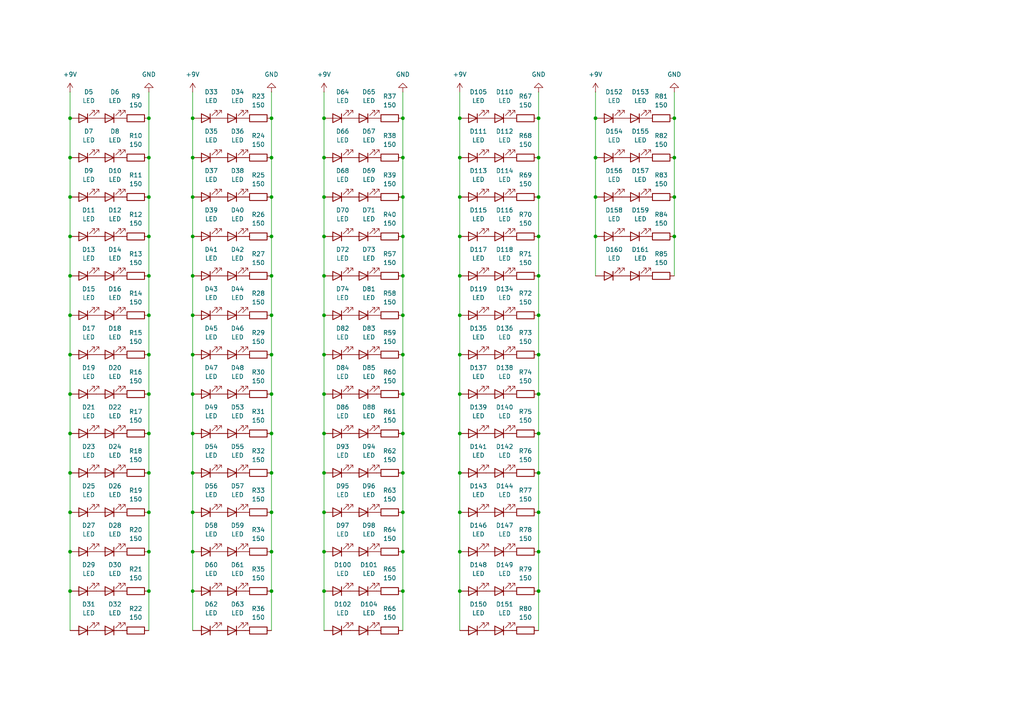
<source format=kicad_sch>
(kicad_sch (version 20231120) (generator "eeschema") (generator_version "8.0")
  (paper "A4")
  (junction (at 20.32 68.58))
  (junction (at 172.72 34.29))
  (junction (at 43.18 125.73))
  (junction (at 78.74 45.72))
  (junction (at 78.74 80.01))
  (junction (at 55.88 160.02))
  (junction (at 156.21 91.44))
  (junction (at 133.35 160.02))
  (junction (at 116.84 45.72))
  (junction (at 55.88 80.01))
  (junction (at 93.98 171.45))
  (junction (at 133.35 114.3))
  (junction (at 133.35 68.58))
  (junction (at 43.18 68.58))
  (junction (at 156.21 68.58))
  (junction (at 195.58 68.58))
  (junction (at 133.35 125.73))
  (junction (at 78.74 171.45))
  (junction (at 93.98 80.01))
  (junction (at 172.72 68.58))
  (junction (at 93.98 114.3))
  (junction (at 172.72 57.15))
  (junction (at 116.84 68.58))
  (junction (at 78.74 102.87))
  (junction (at 55.88 114.3))
  (junction (at 55.88 148.59))
  (junction (at 93.98 68.58))
  (junction (at 156.21 125.73))
  (junction (at 55.88 102.87))
  (junction (at 78.74 148.59))
  (junction (at 156.21 34.29))
  (junction (at 55.88 34.29))
  (junction (at 78.74 160.02))
  (junction (at 116.84 80.01))
  (junction (at 43.18 160.02))
  (junction (at 116.84 160.02))
  (junction (at 195.58 45.72))
  (junction (at 20.32 114.3))
  (junction (at 93.98 148.59))
  (junction (at 20.32 160.02))
  (junction (at 116.84 125.73))
  (junction (at 20.32 34.29))
  (junction (at 43.18 102.87))
  (junction (at 20.32 80.01))
  (junction (at 116.84 114.3))
  (junction (at 93.98 160.02))
  (junction (at 116.84 102.87))
  (junction (at 43.18 45.72))
  (junction (at 43.18 171.45))
  (junction (at 93.98 91.44))
  (junction (at 55.88 91.44))
  (junction (at 43.18 148.59))
  (junction (at 195.58 34.29))
  (junction (at 156.21 160.02))
  (junction (at 43.18 114.3))
  (junction (at 156.21 57.15))
  (junction (at 156.21 102.87))
  (junction (at 156.21 148.59))
  (junction (at 93.98 57.15))
  (junction (at 195.58 57.15))
  (junction (at 133.35 57.15))
  (junction (at 55.88 68.58))
  (junction (at 43.18 34.29))
  (junction (at 93.98 45.72))
  (junction (at 20.32 171.45))
  (junction (at 20.32 102.87))
  (junction (at 116.84 171.45))
  (junction (at 156.21 137.16))
  (junction (at 78.74 34.29))
  (junction (at 55.88 125.73))
  (junction (at 93.98 102.87))
  (junction (at 133.35 91.44))
  (junction (at 133.35 34.29))
  (junction (at 156.21 171.45))
  (junction (at 78.74 91.44))
  (junction (at 93.98 137.16))
  (junction (at 20.32 125.73))
  (junction (at 20.32 57.15))
  (junction (at 43.18 91.44))
  (junction (at 116.84 148.59))
  (junction (at 78.74 57.15))
  (junction (at 156.21 80.01))
  (junction (at 133.35 102.87))
  (junction (at 116.84 91.44))
  (junction (at 55.88 57.15))
  (junction (at 55.88 137.16))
  (junction (at 172.72 45.72))
  (junction (at 133.35 148.59))
  (junction (at 78.74 68.58))
  (junction (at 78.74 114.3))
  (junction (at 133.35 137.16))
  (junction (at 133.35 80.01))
  (junction (at 43.18 57.15))
  (junction (at 133.35 45.72))
  (junction (at 116.84 137.16))
  (junction (at 20.32 91.44))
  (junction (at 55.88 45.72))
  (junction (at 55.88 171.45))
  (junction (at 78.74 125.73))
  (junction (at 20.32 45.72))
  (junction (at 156.21 114.3))
  (junction (at 43.18 137.16))
  (junction (at 20.32 148.59))
  (junction (at 20.32 137.16))
  (junction (at 156.21 45.72))
  (junction (at 43.18 80.01))
  (junction (at 78.74 137.16))
  (junction (at 93.98 125.73))
  (junction (at 116.84 57.15))
  (junction (at 116.84 34.29))
  (junction (at 133.35 171.45))
  (junction (at 93.98 34.29))
  (wire (pts (xy 55.88 171.45) (xy 55.88 182.88)))
  (wire (pts (xy 55.88 26.67) (xy 55.88 34.29)))
  (wire (pts (xy 195.58 68.58) (xy 195.58 80.01)))
  (wire (pts (xy 156.21 68.58) (xy 156.21 80.01)))
  (wire (pts (xy 78.74 148.59) (xy 78.74 160.02)))
  (wire (pts (xy 93.98 26.67) (xy 93.98 34.29)))
  (wire (pts (xy 172.72 57.15) (xy 172.72 68.58)))
  (wire (pts (xy 55.88 114.3) (xy 55.88 125.73)))
  (wire (pts (xy 133.35 160.02) (xy 133.35 171.45)))
  (wire (pts (xy 133.35 57.15) (xy 133.35 68.58)))
  (wire (pts (xy 156.21 91.44) (xy 156.21 102.87)))
  (wire (pts (xy 20.32 34.29) (xy 20.32 45.72)))
  (wire (pts (xy 156.21 171.45) (xy 156.21 182.88)))
  (wire (pts (xy 78.74 102.87) (xy 78.74 114.3)))
  (wire (pts (xy 172.72 26.67) (xy 172.72 34.29)))
  (wire (pts (xy 55.88 148.59) (xy 55.88 160.02)))
  (wire (pts (xy 55.88 125.73) (xy 55.88 137.16)))
  (wire (pts (xy 43.18 125.73) (xy 43.18 137.16)))
  (wire (pts (xy 43.18 80.01) (xy 43.18 91.44)))
  (wire (pts (xy 55.88 68.58) (xy 55.88 80.01)))
  (wire (pts (xy 55.88 160.02) (xy 55.88 171.45)))
  (wire (pts (xy 195.58 26.67) (xy 195.58 34.29)))
  (wire (pts (xy 133.35 114.3) (xy 133.35 125.73)))
  (wire (pts (xy 133.35 26.67) (xy 133.35 34.29)))
  (wire (pts (xy 55.88 91.44) (xy 55.88 102.87)))
  (wire (pts (xy 93.98 80.01) (xy 93.98 91.44)))
  (wire (pts (xy 78.74 125.73) (xy 78.74 137.16)))
  (wire (pts (xy 116.84 137.16) (xy 116.84 148.59)))
  (wire (pts (xy 156.21 45.72) (xy 156.21 57.15)))
  (wire (pts (xy 43.18 137.16) (xy 43.18 148.59)))
  (wire (pts (xy 156.21 148.59) (xy 156.21 160.02)))
  (wire (pts (xy 133.35 45.72) (xy 133.35 57.15)))
  (wire (pts (xy 43.18 34.29) (xy 43.18 45.72)))
  (wire (pts (xy 156.21 102.87) (xy 156.21 114.3)))
  (wire (pts (xy 78.74 160.02) (xy 78.74 171.45)))
  (wire (pts (xy 43.18 68.58) (xy 43.18 80.01)))
  (wire (pts (xy 20.32 80.01) (xy 20.32 91.44)))
  (wire (pts (xy 78.74 114.3) (xy 78.74 125.73)))
  (wire (pts (xy 93.98 68.58) (xy 93.98 80.01)))
  (wire (pts (xy 156.21 80.01) (xy 156.21 91.44)))
  (wire (pts (xy 93.98 57.15) (xy 93.98 68.58)))
  (wire (pts (xy 43.18 102.87) (xy 43.18 114.3)))
  (wire (pts (xy 20.32 148.59) (xy 20.32 160.02)))
  (wire (pts (xy 133.35 148.59) (xy 133.35 160.02)))
  (wire (pts (xy 93.98 137.16) (xy 93.98 148.59)))
  (wire (pts (xy 116.84 171.45) (xy 116.84 182.88)))
  (wire (pts (xy 116.84 160.02) (xy 116.84 171.45)))
  (wire (pts (xy 43.18 171.45) (xy 43.18 182.88)))
  (wire (pts (xy 116.84 26.67) (xy 116.84 34.29)))
  (wire (pts (xy 78.74 68.58) (xy 78.74 80.01)))
  (wire (pts (xy 93.98 45.72) (xy 93.98 57.15)))
  (wire (pts (xy 133.35 171.45) (xy 133.35 182.88)))
  (wire (pts (xy 93.98 102.87) (xy 93.98 114.3)))
  (wire (pts (xy 43.18 26.67) (xy 43.18 34.29)))
  (wire (pts (xy 55.88 57.15) (xy 55.88 68.58)))
  (wire (pts (xy 172.72 45.72) (xy 172.72 57.15)))
  (wire (pts (xy 116.84 125.73) (xy 116.84 137.16)))
  (wire (pts (xy 116.84 80.01) (xy 116.84 91.44)))
  (wire (pts (xy 93.98 91.44) (xy 93.98 102.87)))
  (wire (pts (xy 116.84 57.15) (xy 116.84 68.58)))
  (wire (pts (xy 116.84 68.58) (xy 116.84 80.01)))
  (wire (pts (xy 43.18 160.02) (xy 43.18 171.45)))
  (wire (pts (xy 78.74 80.01) (xy 78.74 91.44)))
  (wire (pts (xy 55.88 137.16) (xy 55.88 148.59)))
  (wire (pts (xy 133.35 137.16) (xy 133.35 148.59)))
  (wire (pts (xy 116.84 34.29) (xy 116.84 45.72)))
  (wire (pts (xy 43.18 45.72) (xy 43.18 57.15)))
  (wire (pts (xy 116.84 102.87) (xy 116.84 114.3)))
  (wire (pts (xy 78.74 34.29) (xy 78.74 45.72)))
  (wire (pts (xy 43.18 57.15) (xy 43.18 68.58)))
  (wire (pts (xy 93.98 171.45) (xy 93.98 182.88)))
  (wire (pts (xy 55.88 45.72) (xy 55.88 57.15)))
  (wire (pts (xy 20.32 137.16) (xy 20.32 148.59)))
  (wire (pts (xy 133.35 34.29) (xy 133.35 45.72)))
  (wire (pts (xy 156.21 137.16) (xy 156.21 148.59)))
  (wire (pts (xy 116.84 45.72) (xy 116.84 57.15)))
  (wire (pts (xy 133.35 68.58) (xy 133.35 80.01)))
  (wire (pts (xy 55.88 34.29) (xy 55.88 45.72)))
  (wire (pts (xy 93.98 125.73) (xy 93.98 137.16)))
  (wire (pts (xy 78.74 91.44) (xy 78.74 102.87)))
  (wire (pts (xy 78.74 137.16) (xy 78.74 148.59)))
  (wire (pts (xy 133.35 80.01) (xy 133.35 91.44)))
  (wire (pts (xy 156.21 114.3) (xy 156.21 125.73)))
  (wire (pts (xy 93.98 160.02) (xy 93.98 171.45)))
  (wire (pts (xy 133.35 125.73) (xy 133.35 137.16)))
  (wire (pts (xy 116.84 91.44) (xy 116.84 102.87)))
  (wire (pts (xy 195.58 45.72) (xy 195.58 57.15)))
  (wire (pts (xy 93.98 34.29) (xy 93.98 45.72)))
  (wire (pts (xy 156.21 57.15) (xy 156.21 68.58)))
  (wire (pts (xy 20.32 102.87) (xy 20.32 114.3)))
  (wire (pts (xy 43.18 148.59) (xy 43.18 160.02)))
  (wire (pts (xy 133.35 102.87) (xy 133.35 114.3)))
  (wire (pts (xy 116.84 148.59) (xy 116.84 160.02)))
  (wire (pts (xy 20.32 171.45) (xy 20.32 182.88)))
  (wire (pts (xy 156.21 160.02) (xy 156.21 171.45)))
  (wire (pts (xy 172.72 68.58) (xy 172.72 80.01)))
  (wire (pts (xy 156.21 26.67) (xy 156.21 34.29)))
  (wire (pts (xy 78.74 171.45) (xy 78.74 182.88)))
  (wire (pts (xy 20.32 45.72) (xy 20.32 57.15)))
  (wire (pts (xy 43.18 114.3) (xy 43.18 125.73)))
  (wire (pts (xy 78.74 57.15) (xy 78.74 68.58)))
  (wire (pts (xy 20.32 26.67) (xy 20.32 34.29)))
  (wire (pts (xy 116.84 114.3) (xy 116.84 125.73)))
  (wire (pts (xy 156.21 125.73) (xy 156.21 137.16)))
  (wire (pts (xy 156.21 34.29) (xy 156.21 45.72)))
  (wire (pts (xy 20.32 57.15) (xy 20.32 68.58)))
  (wire (pts (xy 78.74 45.72) (xy 78.74 57.15)))
  (wire (pts (xy 195.58 57.15) (xy 195.58 68.58)))
  (wire (pts (xy 195.58 34.29) (xy 195.58 45.72)))
  (wire (pts (xy 93.98 148.59) (xy 93.98 160.02)))
  (wire (pts (xy 78.74 26.67) (xy 78.74 34.29)))
  (wire (pts (xy 20.32 91.44) (xy 20.32 102.87)))
  (wire (pts (xy 55.88 102.87) (xy 55.88 114.3)))
  (wire (pts (xy 20.32 160.02) (xy 20.32 171.45)))
  (wire (pts (xy 133.35 91.44) (xy 133.35 102.87)))
  (wire (pts (xy 93.98 114.3) (xy 93.98 125.73)))
  (wire (pts (xy 20.32 114.3) (xy 20.32 125.73)))
  (wire (pts (xy 172.72 34.29) (xy 172.72 45.72)))
  (wire (pts (xy 20.32 125.73) (xy 20.32 137.16)))
  (wire (pts (xy 20.32 68.58) (xy 20.32 80.01)))
  (wire (pts (xy 43.18 91.44) (xy 43.18 102.87)))
  (wire (pts (xy 55.88 80.01) (xy 55.88 91.44)))
  (symbol (lib_id "Device:LED") (at 105.41 34.29 180) (unit 1)
    (property "Reference" "D65" (at 106.9975 26.67 0))
    (property "Value" "LED" (at 106.9975 29.21 0))
    (property "Footprint" "LED_SMD:LED_1206_3216Metric_Pad1.42x1.75mm_HandSolder" (effects (hide yes)))
    (property "Description" "Light emitting diode" (effects (hide yes)))
  )
  (symbol (lib_id "Device:LED") (at 97.79 171.45 180) (unit 1)
    (property "Reference" "D100" (at 99.3775 163.83 0))
    (property "Value" "LED" (at 99.3775 166.37 0))
    (property "Footprint" "LED_SMD:LED_1206_3216Metric_Pad1.42x1.75mm_HandSolder" (effects (hide yes)))
    (property "Description" "Light emitting diode" (effects (hide yes)))
  )
  (symbol (lib_id "Device:R") (at 74.93 45.72 90) (unit 1)
    (property "Reference" "R24" (at 74.93 39.37 90))
    (property "Value" "150" (at 74.93 41.91 90))
    (property "Footprint" "Resistor_SMD:R_1206_3216Metric_Pad1.30x1.75mm_HandSolder" (effects (hide yes)))
    (property "Description" "Resistor" (effects (hide yes)))
  )
  (symbol (lib_id "Device:R") (at 113.03 91.44 90) (unit 1)
    (property "Reference" "R58" (at 113.03 85.09 90))
    (property "Value" "150" (at 113.03 87.63 90))
    (property "Footprint" "Resistor_SMD:R_1206_3216Metric_Pad1.30x1.75mm_HandSolder" (effects (hide yes)))
    (property "Description" "Resistor" (effects (hide yes)))
  )
  (symbol (lib_id "Device:R") (at 152.4 114.3 90) (unit 1)
    (property "Reference" "R74" (at 152.4 107.95 90))
    (property "Value" "150" (at 152.4 110.49 90))
    (property "Footprint" "Resistor_SMD:R_1206_3216Metric_Pad1.30x1.75mm_HandSolder" (effects (hide yes)))
    (property "Description" "Resistor" (effects (hide yes)))
  )
  (symbol (lib_id "Device:R") (at 152.4 34.29 90) (unit 1)
    (property "Reference" "R67" (at 152.4 27.94 90))
    (property "Value" "150" (at 152.4 30.48 90))
    (property "Footprint" "Resistor_SMD:R_1206_3216Metric_Pad1.30x1.75mm_HandSolder" (effects (hide yes)))
    (property "Description" "Resistor" (effects (hide yes)))
  )
  (symbol (lib_id "Device:R") (at 152.4 171.45 90) (unit 1)
    (property "Reference" "R79" (at 152.4 165.1 90))
    (property "Value" "150" (at 152.4 167.64 90))
    (property "Footprint" "Resistor_SMD:R_1206_3216Metric_Pad1.30x1.75mm_HandSolder" (effects (hide yes)))
    (property "Description" "Resistor" (effects (hide yes)))
  )
  (symbol (lib_id "Device:LED") (at 137.16 80.01 180) (unit 1)
    (property "Reference" "D117" (at 138.7475 72.39 0))
    (property "Value" "LED" (at 138.7475 74.93 0))
    (property "Footprint" "LED_SMD:LED_1206_3216Metric_Pad1.42x1.75mm_HandSolder" (effects (hide yes)))
    (property "Description" "Light emitting diode" (effects (hide yes)))
  )
  (symbol (lib_id "Device:LED") (at 59.69 80.01 180) (unit 1)
    (property "Reference" "D41" (at 61.2775 72.39 0))
    (property "Value" "LED" (at 61.2775 74.93 0))
    (property "Footprint" "LED_SMD:LED_1206_3216Metric_Pad1.42x1.75mm_HandSolder" (effects (hide yes)))
    (property "Description" "Light emitting diode" (effects (hide yes)))
  )
  (symbol (lib_id "Device:LED") (at 137.16 34.29 180) (unit 1)
    (property "Reference" "D105" (at 138.7475 26.67 0))
    (property "Value" "LED" (at 138.7475 29.21 0))
    (property "Footprint" "LED_SMD:LED_1206_3216Metric_Pad1.42x1.75mm_HandSolder" (effects (hide yes)))
    (property "Description" "Light emitting diode" (effects (hide yes)))
  )
  (symbol (lib_id "Device:R") (at 74.93 182.88 90) (unit 1)
    (property "Reference" "R36" (at 74.93 176.53 90))
    (property "Value" "150" (at 74.93 179.07 90))
    (property "Footprint" "Resistor_SMD:R_1206_3216Metric_Pad1.30x1.75mm_HandSolder" (effects (hide yes)))
    (property "Description" "Resistor" (effects (hide yes)))
  )
  (symbol (lib_id "Device:LED") (at 176.53 80.01 180) (unit 1)
    (property "Reference" "D160" (at 178.1175 72.39 0))
    (property "Value" "LED" (at 178.1175 74.93 0))
    (property "Footprint" "LED_SMD:LED_1206_3216Metric_Pad1.42x1.75mm_HandSolder" (effects (hide yes)))
    (property "Description" "Light emitting diode" (effects (hide yes)))
  )
  (symbol (lib_id "Device:LED") (at 144.78 114.3 180) (unit 1)
    (property "Reference" "D138" (at 146.3675 106.68 0))
    (property "Value" "LED" (at 146.3675 109.22 0))
    (property "Footprint" "LED_SMD:LED_1206_3216Metric_Pad1.42x1.75mm_HandSolder" (effects (hide yes)))
    (property "Description" "Light emitting diode" (effects (hide yes)))
  )
  (symbol (lib_id "Device:LED") (at 176.53 45.72 180) (unit 1)
    (property "Reference" "D154" (at 178.1175 38.1 0))
    (property "Value" "LED" (at 178.1175 40.64 0))
    (property "Footprint" "LED_SMD:LED_1206_3216Metric_Pad1.42x1.75mm_HandSolder" (effects (hide yes)))
    (property "Description" "Light emitting diode" (effects (hide yes)))
  )
  (symbol (lib_id "power:+9V") (at 20.32 26.67 0) (unit 1)
    (property "Reference" "#PWR08" (effects (hide yes)))
    (property "Value" "+9V" (at 20.32 21.59 0))
    (property "Description" "Power symbol creates a global label with name \"+9V\"" (effects (hide yes)))
  )
  (symbol (lib_id "Device:R") (at 74.93 125.73 90) (unit 1)
    (property "Reference" "R31" (at 74.93 119.38 90))
    (property "Value" "150" (at 74.93 121.92 90))
    (property "Footprint" "Resistor_SMD:R_1206_3216Metric_Pad1.30x1.75mm_HandSolder" (effects (hide yes)))
    (property "Description" "Resistor" (effects (hide yes)))
  )
  (symbol (lib_id "Device:R") (at 39.37 148.59 90) (unit 1)
    (property "Reference" "R19" (at 39.37 142.24 90))
    (property "Value" "150" (at 39.37 144.78 90))
    (property "Footprint" "Resistor_SMD:R_1206_3216Metric_Pad1.30x1.75mm_HandSolder" (effects (hide yes)))
    (property "Description" "Resistor" (effects (hide yes)))
  )
  (symbol (lib_id "Device:R") (at 152.4 45.72 90) (unit 1)
    (property "Reference" "R68" (at 152.4 39.37 90))
    (property "Value" "150" (at 152.4 41.91 90))
    (property "Footprint" "Resistor_SMD:R_1206_3216Metric_Pad1.30x1.75mm_HandSolder" (effects (hide yes)))
    (property "Description" "Resistor" (effects (hide yes)))
  )
  (symbol (lib_id "Device:LED") (at 97.79 148.59 180) (unit 1)
    (property "Reference" "D95" (at 99.3775 140.97 0))
    (property "Value" "LED" (at 99.3775 143.51 0))
    (property "Footprint" "LED_SMD:LED_1206_3216Metric_Pad1.42x1.75mm_HandSolder" (effects (hide yes)))
    (property "Description" "Light emitting diode" (effects (hide yes)))
  )
  (symbol (lib_id "Device:LED") (at 67.31 91.44 180) (unit 1)
    (property "Reference" "D44" (at 68.8975 83.82 0))
    (property "Value" "LED" (at 68.8975 86.36 0))
    (property "Footprint" "LED_SMD:LED_1206_3216Metric_Pad1.42x1.75mm_HandSolder" (effects (hide yes)))
    (property "Description" "Light emitting diode" (effects (hide yes)))
  )
  (symbol (lib_id "Device:LED") (at 31.75 182.88 180) (unit 1)
    (property "Reference" "D32" (at 33.3375 175.26 0))
    (property "Value" "LED" (at 33.3375 177.8 0))
    (property "Footprint" "LED_SMD:LED_1206_3216Metric_Pad1.42x1.75mm_HandSolder" (effects (hide yes)))
    (property "Description" "Light emitting diode" (effects (hide yes)))
  )
  (symbol (lib_id "Device:R") (at 152.4 125.73 90) (unit 1)
    (property "Reference" "R75" (at 152.4 119.38 90))
    (property "Value" "150" (at 152.4 121.92 90))
    (property "Footprint" "Resistor_SMD:R_1206_3216Metric_Pad1.30x1.75mm_HandSolder" (effects (hide yes)))
    (property "Description" "Resistor" (effects (hide yes)))
  )
  (symbol (lib_id "Device:R") (at 113.03 68.58 90) (unit 1)
    (property "Reference" "R40" (at 113.03 62.23 90))
    (property "Value" "150" (at 113.03 64.77 90))
    (property "Footprint" "Resistor_SMD:R_1206_3216Metric_Pad1.30x1.75mm_HandSolder" (effects (hide yes)))
    (property "Description" "Resistor" (effects (hide yes)))
  )
  (symbol (lib_id "Device:LED") (at 97.79 114.3 180) (unit 1)
    (property "Reference" "D84" (at 99.3775 106.68 0))
    (property "Value" "LED" (at 99.3775 109.22 0))
    (property "Footprint" "LED_SMD:LED_1206_3216Metric_Pad1.42x1.75mm_HandSolder" (effects (hide yes)))
    (property "Description" "Light emitting diode" (effects (hide yes)))
  )
  (symbol (lib_id "Device:LED") (at 59.69 102.87 180) (unit 1)
    (property "Reference" "D45" (at 61.2775 95.25 0))
    (property "Value" "LED" (at 61.2775 97.79 0))
    (property "Footprint" "LED_SMD:LED_1206_3216Metric_Pad1.42x1.75mm_HandSolder" (effects (hide yes)))
    (property "Description" "Light emitting diode" (effects (hide yes)))
  )
  (symbol (lib_id "Device:R") (at 74.93 68.58 90) (unit 1)
    (property "Reference" "R26" (at 74.93 62.23 90))
    (property "Value" "150" (at 74.93 64.77 90))
    (property "Footprint" "Resistor_SMD:R_1206_3216Metric_Pad1.30x1.75mm_HandSolder" (effects (hide yes)))
    (property "Description" "Resistor" (effects (hide yes)))
  )
  (symbol (lib_id "power:GND") (at 116.84 26.67 180) (unit 1)
    (property "Reference" "#PWR012" (effects (hide yes)))
    (property "Value" "GND" (at 116.84 21.59 0))
    (property "Description" "Power symbol creates a global label with name \"GND\" , ground" (effects (hide yes)))
  )
  (symbol (lib_id "Device:LED") (at 105.41 160.02 180) (unit 1)
    (property "Reference" "D98" (at 106.9975 152.4 0))
    (property "Value" "LED" (at 106.9975 154.94 0))
    (property "Footprint" "LED_SMD:LED_1206_3216Metric_Pad1.42x1.75mm_HandSolder" (effects (hide yes)))
    (property "Description" "Light emitting diode" (effects (hide yes)))
  )
  (symbol (lib_id "Device:LED") (at 67.31 102.87 180) (unit 1)
    (property "Reference" "D46" (at 68.8975 95.25 0))
    (property "Value" "LED" (at 68.8975 97.79 0))
    (property "Footprint" "LED_SMD:LED_1206_3216Metric_Pad1.42x1.75mm_HandSolder" (effects (hide yes)))
    (property "Description" "Light emitting diode" (effects (hide yes)))
  )
  (symbol (lib_id "Device:R") (at 113.03 102.87 90) (unit 1)
    (property "Reference" "R59" (at 113.03 96.52 90))
    (property "Value" "150" (at 113.03 99.06 90))
    (property "Footprint" "Resistor_SMD:R_1206_3216Metric_Pad1.30x1.75mm_HandSolder" (effects (hide yes)))
    (property "Description" "Resistor" (effects (hide yes)))
  )
  (symbol (lib_id "Device:R") (at 39.37 125.73 90) (unit 1)
    (property "Reference" "R17" (at 39.37 119.38 90))
    (property "Value" "150" (at 39.37 121.92 90))
    (property "Footprint" "Resistor_SMD:R_1206_3216Metric_Pad1.30x1.75mm_HandSolder" (effects (hide yes)))
    (property "Description" "Resistor" (effects (hide yes)))
  )
  (symbol (lib_id "Device:R") (at 152.4 182.88 90) (unit 1)
    (property "Reference" "R80" (at 152.4 176.53 90))
    (property "Value" "150" (at 152.4 179.07 90))
    (property "Footprint" "Resistor_SMD:R_1206_3216Metric_Pad1.30x1.75mm_HandSolder" (effects (hide yes)))
    (property "Description" "Resistor" (effects (hide yes)))
  )
  (symbol (lib_id "Device:R") (at 39.37 182.88 90) (unit 1)
    (property "Reference" "R22" (at 39.37 176.53 90))
    (property "Value" "150" (at 39.37 179.07 90))
    (property "Footprint" "Resistor_SMD:R_1206_3216Metric_Pad1.30x1.75mm_HandSolder" (effects (hide yes)))
    (property "Description" "Resistor" (effects (hide yes)))
  )
  (symbol (lib_id "Device:LED") (at 137.16 91.44 180) (unit 1)
    (property "Reference" "D119" (at 138.7475 83.82 0))
    (property "Value" "LED" (at 138.7475 86.36 0))
    (property "Footprint" "LED_SMD:LED_1206_3216Metric_Pad1.42x1.75mm_HandSolder" (effects (hide yes)))
    (property "Description" "Light emitting diode" (effects (hide yes)))
  )
  (symbol (lib_id "Device:LED") (at 24.13 80.01 180) (unit 1)
    (property "Reference" "D13" (at 25.7175 72.39 0))
    (property "Value" "LED" (at 25.7175 74.93 0))
    (property "Footprint" "LED_SMD:LED_1206_3216Metric_Pad1.42x1.75mm_HandSolder" (effects (hide yes)))
    (property "Description" "Light emitting diode" (effects (hide yes)))
  )
  (symbol (lib_id "Device:LED") (at 24.13 182.88 180) (unit 1)
    (property "Reference" "D31" (at 25.7175 175.26 0))
    (property "Value" "LED" (at 25.7175 177.8 0))
    (property "Footprint" "LED_SMD:LED_1206_3216Metric_Pad1.42x1.75mm_HandSolder" (effects (hide yes)))
    (property "Description" "Light emitting diode" (effects (hide yes)))
  )
  (symbol (lib_id "Device:LED") (at 59.69 68.58 180) (unit 1)
    (property "Reference" "D39" (at 61.2775 60.96 0))
    (property "Value" "LED" (at 61.2775 63.5 0))
    (property "Footprint" "LED_SMD:LED_1206_3216Metric_Pad1.42x1.75mm_HandSolder" (effects (hide yes)))
    (property "Description" "Light emitting diode" (effects (hide yes)))
  )
  (symbol (lib_id "Device:LED") (at 24.13 125.73 180) (unit 1)
    (property "Reference" "D21" (at 25.7175 118.11 0))
    (property "Value" "LED" (at 25.7175 120.65 0))
    (property "Footprint" "LED_SMD:LED_1206_3216Metric_Pad1.42x1.75mm_HandSolder" (effects (hide yes)))
    (property "Description" "Light emitting diode" (effects (hide yes)))
  )
  (symbol (lib_id "Device:LED") (at 24.13 160.02 180) (unit 1)
    (property "Reference" "D27" (at 25.7175 152.4 0))
    (property "Value" "LED" (at 25.7175 154.94 0))
    (property "Footprint" "LED_SMD:LED_1206_3216Metric_Pad1.42x1.75mm_HandSolder" (effects (hide yes)))
    (property "Description" "Light emitting diode" (effects (hide yes)))
  )
  (symbol (lib_id "Device:R") (at 39.37 137.16 90) (unit 1)
    (property "Reference" "R18" (at 39.37 130.81 90))
    (property "Value" "150" (at 39.37 133.35 90))
    (property "Footprint" "Resistor_SMD:R_1206_3216Metric_Pad1.30x1.75mm_HandSolder" (effects (hide yes)))
    (property "Description" "Resistor" (effects (hide yes)))
  )
  (symbol (lib_id "Device:LED") (at 24.13 34.29 180) (unit 1)
    (property "Reference" "D5" (at 25.7175 26.67 0))
    (property "Value" "LED" (at 25.7175 29.21 0))
    (property "Footprint" "LED_SMD:LED_1206_3216Metric_Pad1.42x1.75mm_HandSolder" (effects (hide yes)))
    (property "Description" "Light emitting diode" (effects (hide yes)))
  )
  (symbol (lib_id "Device:LED") (at 59.69 57.15 180) (unit 1)
    (property "Reference" "D37" (at 61.2775 49.53 0))
    (property "Value" "LED" (at 61.2775 52.07 0))
    (property "Footprint" "LED_SMD:LED_1206_3216Metric_Pad1.42x1.75mm_HandSolder" (effects (hide yes)))
    (property "Description" "Light emitting diode" (effects (hide yes)))
  )
  (symbol (lib_id "Device:R") (at 191.77 34.29 90) (unit 1)
    (property "Reference" "R81" (at 191.77 27.94 90))
    (property "Value" "150" (at 191.77 30.48 90))
    (property "Footprint" "Resistor_SMD:R_1206_3216Metric_Pad1.30x1.75mm_HandSolder" (effects (hide yes)))
    (property "Description" "Resistor" (effects (hide yes)))
  )
  (symbol (lib_id "Device:LED") (at 97.79 182.88 180) (unit 1)
    (property "Reference" "D102" (at 99.3775 175.26 0))
    (property "Value" "LED" (at 99.3775 177.8 0))
    (property "Footprint" "LED_SMD:LED_1206_3216Metric_Pad1.42x1.75mm_HandSolder" (effects (hide yes)))
    (property "Description" "Light emitting diode" (effects (hide yes)))
  )
  (symbol (lib_id "Device:LED") (at 176.53 57.15 180) (unit 1)
    (property "Reference" "D156" (at 178.1175 49.53 0))
    (property "Value" "LED" (at 178.1175 52.07 0))
    (property "Footprint" "LED_SMD:LED_1206_3216Metric_Pad1.42x1.75mm_HandSolder" (effects (hide yes)))
    (property "Description" "Light emitting diode" (effects (hide yes)))
  )
  (symbol (lib_id "Device:R") (at 152.4 102.87 90) (unit 1)
    (property "Reference" "R73" (at 152.4 96.52 90))
    (property "Value" "150" (at 152.4 99.06 90))
    (property "Footprint" "Resistor_SMD:R_1206_3216Metric_Pad1.30x1.75mm_HandSolder" (effects (hide yes)))
    (property "Description" "Resistor" (effects (hide yes)))
  )
  (symbol (lib_id "Device:LED") (at 97.79 137.16 180) (unit 1)
    (property "Reference" "D93" (at 99.3775 129.54 0))
    (property "Value" "LED" (at 99.3775 132.08 0))
    (property "Footprint" "LED_SMD:LED_1206_3216Metric_Pad1.42x1.75mm_HandSolder" (effects (hide yes)))
    (property "Description" "Light emitting diode" (effects (hide yes)))
  )
  (symbol (lib_id "Device:LED") (at 105.41 45.72 180) (unit 1)
    (property "Reference" "D67" (at 106.9975 38.1 0))
    (property "Value" "LED" (at 106.9975 40.64 0))
    (property "Footprint" "LED_SMD:LED_1206_3216Metric_Pad1.42x1.75mm_HandSolder" (effects (hide yes)))
    (property "Description" "Light emitting diode" (effects (hide yes)))
  )
  (symbol (lib_id "Device:LED") (at 31.75 45.72 180) (unit 1)
    (property "Reference" "D8" (at 33.3375 38.1 0))
    (property "Value" "LED" (at 33.3375 40.64 0))
    (property "Footprint" "LED_SMD:LED_1206_3216Metric_Pad1.42x1.75mm_HandSolder" (effects (hide yes)))
    (property "Description" "Light emitting diode" (effects (hide yes)))
  )
  (symbol (lib_id "Device:LED") (at 31.75 114.3 180) (unit 1)
    (property "Reference" "D20" (at 33.3375 106.68 0))
    (property "Value" "LED" (at 33.3375 109.22 0))
    (property "Footprint" "LED_SMD:LED_1206_3216Metric_Pad1.42x1.75mm_HandSolder" (effects (hide yes)))
    (property "Description" "Light emitting diode" (effects (hide yes)))
  )
  (symbol (lib_id "Device:LED") (at 105.41 182.88 180) (unit 1)
    (property "Reference" "D104" (at 106.9975 175.26 0))
    (property "Value" "LED" (at 106.9975 177.8 0))
    (property "Footprint" "LED_SMD:LED_1206_3216Metric_Pad1.42x1.75mm_HandSolder" (effects (hide yes)))
    (property "Description" "Light emitting diode" (effects (hide yes)))
  )
  (symbol (lib_id "Device:LED") (at 24.13 57.15 180) (unit 1)
    (property "Reference" "D9" (at 25.7175 49.53 0))
    (property "Value" "LED" (at 25.7175 52.07 0))
    (property "Footprint" "LED_SMD:LED_1206_3216Metric_Pad1.42x1.75mm_HandSolder" (effects (hide yes)))
    (property "Description" "Light emitting diode" (effects (hide yes)))
  )
  (symbol (lib_id "Device:R") (at 74.93 80.01 90) (unit 1)
    (property "Reference" "R27" (at 74.93 73.66 90))
    (property "Value" "150" (at 74.93 76.2 90))
    (property "Footprint" "Resistor_SMD:R_1206_3216Metric_Pad1.30x1.75mm_HandSolder" (effects (hide yes)))
    (property "Description" "Resistor" (effects (hide yes)))
  )
  (symbol (lib_id "Device:R") (at 113.03 171.45 90) (unit 1)
    (property "Reference" "R65" (at 113.03 165.1 90))
    (property "Value" "150" (at 113.03 167.64 90))
    (property "Footprint" "Resistor_SMD:R_1206_3216Metric_Pad1.30x1.75mm_HandSolder" (effects (hide yes)))
    (property "Description" "Resistor" (effects (hide yes)))
  )
  (symbol (lib_id "Device:R") (at 39.37 80.01 90) (unit 1)
    (property "Reference" "R13" (at 39.37 73.66 90))
    (property "Value" "150" (at 39.37 76.2 90))
    (property "Footprint" "Resistor_SMD:R_1206_3216Metric_Pad1.30x1.75mm_HandSolder" (effects (hide yes)))
    (property "Description" "Resistor" (effects (hide yes)))
  )
  (symbol (lib_id "Device:R") (at 74.93 57.15 90) (unit 1)
    (property "Reference" "R25" (at 74.93 50.8 90))
    (property "Value" "150" (at 74.93 53.34 90))
    (property "Footprint" "Resistor_SMD:R_1206_3216Metric_Pad1.30x1.75mm_HandSolder" (effects (hide yes)))
    (property "Description" "Resistor" (effects (hide yes)))
  )
  (symbol (lib_id "Device:LED") (at 144.78 57.15 180) (unit 1)
    (property "Reference" "D114" (at 146.3675 49.53 0))
    (property "Value" "LED" (at 146.3675 52.07 0))
    (property "Footprint" "LED_SMD:LED_1206_3216Metric_Pad1.42x1.75mm_HandSolder" (effects (hide yes)))
    (property "Description" "Light emitting diode" (effects (hide yes)))
  )
  (symbol (lib_id "Device:R") (at 39.37 34.29 90) (unit 1)
    (property "Reference" "R9" (at 39.37 27.94 90))
    (property "Value" "150" (at 39.37 30.48 90))
    (property "Footprint" "Resistor_SMD:R_1206_3216Metric_Pad1.30x1.75mm_HandSolder" (effects (hide yes)))
    (property "Description" "Resistor" (effects (hide yes)))
  )
  (symbol (lib_id "Device:LED") (at 31.75 68.58 180) (unit 1)
    (property "Reference" "D12" (at 33.3375 60.96 0))
    (property "Value" "LED" (at 33.3375 63.5 0))
    (property "Footprint" "LED_SMD:LED_1206_3216Metric_Pad1.42x1.75mm_HandSolder" (effects (hide yes)))
    (property "Description" "Light emitting diode" (effects (hide yes)))
  )
  (symbol (lib_id "Device:LED") (at 59.69 34.29 180) (unit 1)
    (property "Reference" "D33" (at 61.2775 26.67 0))
    (property "Value" "LED" (at 61.2775 29.21 0))
    (property "Footprint" "LED_SMD:LED_1206_3216Metric_Pad1.42x1.75mm_HandSolder" (effects (hide yes)))
    (property "Description" "Light emitting diode" (effects (hide yes)))
  )
  (symbol (lib_id "Device:LED") (at 105.41 114.3 180) (unit 1)
    (property "Reference" "D85" (at 106.9975 106.68 0))
    (property "Value" "LED" (at 106.9975 109.22 0))
    (property "Footprint" "LED_SMD:LED_1206_3216Metric_Pad1.42x1.75mm_HandSolder" (effects (hide yes)))
    (property "Description" "Light emitting diode" (effects (hide yes)))
  )
  (symbol (lib_id "Device:R") (at 113.03 125.73 90) (unit 1)
    (property "Reference" "R61" (at 113.03 119.38 90))
    (property "Value" "150" (at 113.03 121.92 90))
    (property "Footprint" "Resistor_SMD:R_1206_3216Metric_Pad1.30x1.75mm_HandSolder" (effects (hide yes)))
    (property "Description" "Resistor" (effects (hide yes)))
  )
  (symbol (lib_id "Device:R") (at 39.37 160.02 90) (unit 1)
    (property "Reference" "R20" (at 39.37 153.67 90))
    (property "Value" "150" (at 39.37 156.21 90))
    (property "Footprint" "Resistor_SMD:R_1206_3216Metric_Pad1.30x1.75mm_HandSolder" (effects (hide yes)))
    (property "Description" "Resistor" (effects (hide yes)))
  )
  (symbol (lib_id "Device:LED") (at 144.78 171.45 180) (unit 1)
    (property "Reference" "D149" (at 146.3675 163.83 0))
    (property "Value" "LED" (at 146.3675 166.37 0))
    (property "Footprint" "LED_SMD:LED_1206_3216Metric_Pad1.42x1.75mm_HandSolder" (effects (hide yes)))
    (property "Description" "Light emitting diode" (effects (hide yes)))
  )
  (symbol (lib_id "Device:LED") (at 59.69 114.3 180) (unit 1)
    (property "Reference" "D47" (at 61.2775 106.68 0))
    (property "Value" "LED" (at 61.2775 109.22 0))
    (property "Footprint" "LED_SMD:LED_1206_3216Metric_Pad1.42x1.75mm_HandSolder" (effects (hide yes)))
    (property "Description" "Light emitting diode" (effects (hide yes)))
  )
  (symbol (lib_id "Device:LED") (at 97.79 68.58 180) (unit 1)
    (property "Reference" "D70" (at 99.3775 60.96 0))
    (property "Value" "LED" (at 99.3775 63.5 0))
    (property "Footprint" "LED_SMD:LED_1206_3216Metric_Pad1.42x1.75mm_HandSolder" (effects (hide yes)))
    (property "Description" "Light emitting diode" (effects (hide yes)))
  )
  (symbol (lib_id "Device:R") (at 152.4 137.16 90) (unit 1)
    (property "Reference" "R76" (at 152.4 130.81 90))
    (property "Value" "150" (at 152.4 133.35 90))
    (property "Footprint" "Resistor_SMD:R_1206_3216Metric_Pad1.30x1.75mm_HandSolder" (effects (hide yes)))
    (property "Description" "Resistor" (effects (hide yes)))
  )
  (symbol (lib_id "Device:LED") (at 59.69 182.88 180) (unit 1)
    (property "Reference" "D62" (at 61.2775 175.26 0))
    (property "Value" "LED" (at 61.2775 177.8 0))
    (property "Footprint" "LED_SMD:LED_1206_3216Metric_Pad1.42x1.75mm_HandSolder" (effects (hide yes)))
    (property "Description" "Light emitting diode" (effects (hide yes)))
  )
  (symbol (lib_id "Device:LED") (at 144.78 137.16 180) (unit 1)
    (property "Reference" "D142" (at 146.3675 129.54 0))
    (property "Value" "LED" (at 146.3675 132.08 0))
    (property "Footprint" "LED_SMD:LED_1206_3216Metric_Pad1.42x1.75mm_HandSolder" (effects (hide yes)))
    (property "Description" "Light emitting diode" (effects (hide yes)))
  )
  (symbol (lib_id "Device:LED") (at 59.69 171.45 180) (unit 1)
    (property "Reference" "D60" (at 61.2775 163.83 0))
    (property "Value" "LED" (at 61.2775 166.37 0))
    (property "Footprint" "LED_SMD:LED_1206_3216Metric_Pad1.42x1.75mm_HandSolder" (effects (hide yes)))
    (property "Description" "Light emitting diode" (effects (hide yes)))
  )
  (symbol (lib_id "Device:LED") (at 144.78 148.59 180) (unit 1)
    (property "Reference" "D144" (at 146.3675 140.97 0))
    (property "Value" "LED" (at 146.3675 143.51 0))
    (property "Footprint" "LED_SMD:LED_1206_3216Metric_Pad1.42x1.75mm_HandSolder" (effects (hide yes)))
    (property "Description" "Light emitting diode" (effects (hide yes)))
  )
  (symbol (lib_id "Device:LED") (at 59.69 45.72 180) (unit 1)
    (property "Reference" "D35" (at 61.2775 38.1 0))
    (property "Value" "LED" (at 61.2775 40.64 0))
    (property "Footprint" "LED_SMD:LED_1206_3216Metric_Pad1.42x1.75mm_HandSolder" (effects (hide yes)))
    (property "Description" "Light emitting diode" (effects (hide yes)))
  )
  (symbol (lib_id "Device:R") (at 113.03 114.3 90) (unit 1)
    (property "Reference" "R60" (at 113.03 107.95 90))
    (property "Value" "150" (at 113.03 110.49 90))
    (property "Footprint" "Resistor_SMD:R_1206_3216Metric_Pad1.30x1.75mm_HandSolder" (effects (hide yes)))
    (property "Description" "Resistor" (effects (hide yes)))
  )
  (symbol (lib_id "Device:LED") (at 105.41 68.58 180) (unit 1)
    (property "Reference" "D71" (at 106.9975 60.96 0))
    (property "Value" "LED" (at 106.9975 63.5 0))
    (property "Footprint" "LED_SMD:LED_1206_3216Metric_Pad1.42x1.75mm_HandSolder" (effects (hide yes)))
    (property "Description" "Light emitting diode" (effects (hide yes)))
  )
  (symbol (lib_id "Device:LED") (at 105.41 171.45 180) (unit 1)
    (property "Reference" "D101" (at 106.9975 163.83 0))
    (property "Value" "LED" (at 106.9975 166.37 0))
    (property "Footprint" "LED_SMD:LED_1206_3216Metric_Pad1.42x1.75mm_HandSolder" (effects (hide yes)))
    (property "Description" "Light emitting diode" (effects (hide yes)))
  )
  (symbol (lib_id "Device:LED") (at 144.78 45.72 180) (unit 1)
    (property "Reference" "D112" (at 146.3675 38.1 0))
    (property "Value" "LED" (at 146.3675 40.64 0))
    (property "Footprint" "LED_SMD:LED_1206_3216Metric_Pad1.42x1.75mm_HandSolder" (effects (hide yes)))
    (property "Description" "Light emitting diode" (effects (hide yes)))
  )
  (symbol (lib_id "Device:LED") (at 105.41 137.16 180) (unit 1)
    (property "Reference" "D94" (at 106.9975 129.54 0))
    (property "Value" "LED" (at 106.9975 132.08 0))
    (property "Footprint" "LED_SMD:LED_1206_3216Metric_Pad1.42x1.75mm_HandSolder" (effects (hide yes)))
    (property "Description" "Light emitting diode" (effects (hide yes)))
  )
  (symbol (lib_id "Device:LED") (at 67.31 182.88 180) (unit 1)
    (property "Reference" "D63" (at 68.8975 175.26 0))
    (property "Value" "LED" (at 68.8975 177.8 0))
    (property "Footprint" "LED_SMD:LED_1206_3216Metric_Pad1.42x1.75mm_HandSolder" (effects (hide yes)))
    (property "Description" "Light emitting diode" (effects (hide yes)))
  )
  (symbol (lib_id "Device:LED") (at 184.15 80.01 180) (unit 1)
    (property "Reference" "D161" (at 185.7375 72.39 0))
    (property "Value" "LED" (at 185.7375 74.93 0))
    (property "Footprint" "LED_SMD:LED_1206_3216Metric_Pad1.42x1.75mm_HandSolder" (effects (hide yes)))
    (property "Description" "Light emitting diode" (effects (hide yes)))
  )
  (symbol (lib_id "Device:LED") (at 31.75 148.59 180) (unit 1)
    (property "Reference" "D26" (at 33.3375 140.97 0))
    (property "Value" "LED" (at 33.3375 143.51 0))
    (property "Footprint" "LED_SMD:LED_1206_3216Metric_Pad1.42x1.75mm_HandSolder" (effects (hide yes)))
    (property "Description" "Light emitting diode" (effects (hide yes)))
  )
  (symbol (lib_id "Device:R") (at 39.37 68.58 90) (unit 1)
    (property "Reference" "R12" (at 39.37 62.23 90))
    (property "Value" "150" (at 39.37 64.77 90))
    (property "Footprint" "Resistor_SMD:R_1206_3216Metric_Pad1.30x1.75mm_HandSolder" (effects (hide yes)))
    (property "Description" "Resistor" (effects (hide yes)))
  )
  (symbol (lib_id "Device:LED") (at 144.78 68.58 180) (unit 1)
    (property "Reference" "D116" (at 146.3675 60.96 0))
    (property "Value" "LED" (at 146.3675 63.5 0))
    (property "Footprint" "LED_SMD:LED_1206_3216Metric_Pad1.42x1.75mm_HandSolder" (effects (hide yes)))
    (property "Description" "Light emitting diode" (effects (hide yes)))
  )
  (symbol (lib_id "Device:LED") (at 97.79 102.87 180) (unit 1)
    (property "Reference" "D82" (at 99.3775 95.25 0))
    (property "Value" "LED" (at 99.3775 97.79 0))
    (property "Footprint" "LED_SMD:LED_1206_3216Metric_Pad1.42x1.75mm_HandSolder" (effects (hide yes)))
    (property "Description" "Light emitting diode" (effects (hide yes)))
  )
  (symbol (lib_id "Device:LED") (at 67.31 148.59 180) (unit 1)
    (property "Reference" "D57" (at 68.8975 140.97 0))
    (property "Value" "LED" (at 68.8975 143.51 0))
    (property "Footprint" "LED_SMD:LED_1206_3216Metric_Pad1.42x1.75mm_HandSolder" (effects (hide yes)))
    (property "Description" "Light emitting diode" (effects (hide yes)))
  )
  (symbol (lib_id "Device:LED") (at 144.78 80.01 180) (unit 1)
    (property "Reference" "D118" (at 146.3675 72.39 0))
    (property "Value" "LED" (at 146.3675 74.93 0))
    (property "Footprint" "LED_SMD:LED_1206_3216Metric_Pad1.42x1.75mm_HandSolder" (effects (hide yes)))
    (property "Description" "Light emitting diode" (effects (hide yes)))
  )
  (symbol (lib_id "power:+9V") (at 133.35 26.67 0) (unit 1)
    (property "Reference" "#PWR013" (effects (hide yes)))
    (property "Value" "+9V" (at 133.35 21.59 0))
    (property "Description" "Power symbol creates a global label with name \"+9V\"" (effects (hide yes)))
  )
  (symbol (lib_id "Device:LED") (at 137.16 68.58 180) (unit 1)
    (property "Reference" "D115" (at 138.7475 60.96 0))
    (property "Value" "LED" (at 138.7475 63.5 0))
    (property "Footprint" "LED_SMD:LED_1206_3216Metric_Pad1.42x1.75mm_HandSolder" (effects (hide yes)))
    (property "Description" "Light emitting diode" (effects (hide yes)))
  )
  (symbol (lib_id "Device:LED") (at 59.69 125.73 180) (unit 1)
    (property "Reference" "D49" (at 61.2775 118.11 0))
    (property "Value" "LED" (at 61.2775 120.65 0))
    (property "Footprint" "LED_SMD:LED_1206_3216Metric_Pad1.42x1.75mm_HandSolder" (effects (hide yes)))
    (property "Description" "Light emitting diode" (effects (hide yes)))
  )
  (symbol (lib_id "Device:R") (at 191.77 80.01 90) (unit 1)
    (property "Reference" "R85" (at 191.77 73.66 90))
    (property "Value" "150" (at 191.77 76.2 90))
    (property "Footprint" "Resistor_SMD:R_1206_3216Metric_Pad1.30x1.75mm_HandSolder" (effects (hide yes)))
    (property "Description" "Resistor" (effects (hide yes)))
  )
  (symbol (lib_id "Device:LED") (at 67.31 125.73 180) (unit 1)
    (property "Reference" "D53" (at 68.8975 118.11 0))
    (property "Value" "LED" (at 68.8975 120.65 0))
    (property "Footprint" "LED_SMD:LED_1206_3216Metric_Pad1.42x1.75mm_HandSolder" (effects (hide yes)))
    (property "Description" "Light emitting diode" (effects (hide yes)))
  )
  (symbol (lib_id "Device:R") (at 74.93 91.44 90) (unit 1)
    (property "Reference" "R28" (at 74.93 85.09 90))
    (property "Value" "150" (at 74.93 87.63 90))
    (property "Footprint" "Resistor_SMD:R_1206_3216Metric_Pad1.30x1.75mm_HandSolder" (effects (hide yes)))
    (property "Description" "Resistor" (effects (hide yes)))
  )
  (symbol (lib_id "Device:LED") (at 137.16 45.72 180) (unit 1)
    (property "Reference" "D111" (at 138.7475 38.1 0))
    (property "Value" "LED" (at 138.7475 40.64 0))
    (property "Footprint" "LED_SMD:LED_1206_3216Metric_Pad1.42x1.75mm_HandSolder" (effects (hide yes)))
    (property "Description" "Light emitting diode" (effects (hide yes)))
  )
  (symbol (lib_id "Device:R") (at 152.4 80.01 90) (unit 1)
    (property "Reference" "R71" (at 152.4 73.66 90))
    (property "Value" "150" (at 152.4 76.2 90))
    (property "Footprint" "Resistor_SMD:R_1206_3216Metric_Pad1.30x1.75mm_HandSolder" (effects (hide yes)))
    (property "Description" "Resistor" (effects (hide yes)))
  )
  (symbol (lib_id "Device:LED") (at 137.16 137.16 180) (unit 1)
    (property "Reference" "D141" (at 138.7475 129.54 0))
    (property "Value" "LED" (at 138.7475 132.08 0))
    (property "Footprint" "LED_SMD:LED_1206_3216Metric_Pad1.42x1.75mm_HandSolder" (effects (hide yes)))
    (property "Description" "Light emitting diode" (effects (hide yes)))
  )
  (symbol (lib_id "Device:LED") (at 67.31 160.02 180) (unit 1)
    (property "Reference" "D59" (at 68.8975 152.4 0))
    (property "Value" "LED" (at 68.8975 154.94 0))
    (property "Footprint" "LED_SMD:LED_1206_3216Metric_Pad1.42x1.75mm_HandSolder" (effects (hide yes)))
    (property "Description" "Light emitting diode" (effects (hide yes)))
  )
  (symbol (lib_id "Device:R") (at 74.93 160.02 90) (unit 1)
    (property "Reference" "R34" (at 74.93 153.67 90))
    (property "Value" "150" (at 74.93 156.21 90))
    (property "Footprint" "Resistor_SMD:R_1206_3216Metric_Pad1.30x1.75mm_HandSolder" (effects (hide yes)))
    (property "Description" "Resistor" (effects (hide yes)))
  )
  (symbol (lib_id "Device:LED") (at 105.41 125.73 180) (unit 1)
    (property "Reference" "D88" (at 106.9975 118.11 0))
    (property "Value" "LED" (at 106.9975 120.65 0))
    (property "Footprint" "LED_SMD:LED_1206_3216Metric_Pad1.42x1.75mm_HandSolder" (effects (hide yes)))
    (property "Description" "Light emitting diode" (effects (hide yes)))
  )
  (symbol (lib_id "Device:LED") (at 184.15 45.72 180) (unit 1)
    (property "Reference" "D155" (at 185.7375 38.1 0))
    (property "Value" "LED" (at 185.7375 40.64 0))
    (property "Footprint" "LED_SMD:LED_1206_3216Metric_Pad1.42x1.75mm_HandSolder" (effects (hide yes)))
    (property "Description" "Light emitting diode" (effects (hide yes)))
  )
  (symbol (lib_id "Device:LED") (at 137.16 182.88 180) (unit 1)
    (property "Reference" "D150" (at 138.7475 175.26 0))
    (property "Value" "LED" (at 138.7475 177.8 0))
    (property "Footprint" "LED_SMD:LED_1206_3216Metric_Pad1.42x1.75mm_HandSolder" (effects (hide yes)))
    (property "Description" "Light emitting diode" (effects (hide yes)))
  )
  (symbol (lib_id "Device:R") (at 113.03 137.16 90) (unit 1)
    (property "Reference" "R62" (at 113.03 130.81 90))
    (property "Value" "150" (at 113.03 133.35 90))
    (property "Footprint" "Resistor_SMD:R_1206_3216Metric_Pad1.30x1.75mm_HandSolder" (effects (hide yes)))
    (property "Description" "Resistor" (effects (hide yes)))
  )
  (symbol (lib_id "Device:LED") (at 137.16 171.45 180) (unit 1)
    (property "Reference" "D148" (at 138.7475 163.83 0))
    (property "Value" "LED" (at 138.7475 166.37 0))
    (property "Footprint" "LED_SMD:LED_1206_3216Metric_Pad1.42x1.75mm_HandSolder" (effects (hide yes)))
    (property "Description" "Light emitting diode" (effects (hide yes)))
  )
  (symbol (lib_id "power:GND") (at 156.21 26.67 180) (unit 1)
    (property "Reference" "#PWR014" (effects (hide yes)))
    (property "Value" "GND" (at 156.21 21.59 0))
    (property "Description" "Power symbol creates a global label with name \"GND\" , ground" (effects (hide yes)))
  )
  (symbol (lib_id "Device:LED") (at 67.31 45.72 180) (unit 1)
    (property "Reference" "D36" (at 68.8975 38.1 0))
    (property "Value" "LED" (at 68.8975 40.64 0))
    (property "Footprint" "LED_SMD:LED_1206_3216Metric_Pad1.42x1.75mm_HandSolder" (effects (hide yes)))
    (property "Description" "Light emitting diode" (effects (hide yes)))
  )
  (symbol (lib_id "Device:LED") (at 24.13 91.44 180) (unit 1)
    (property "Reference" "D15" (at 25.7175 83.82 0))
    (property "Value" "LED" (at 25.7175 86.36 0))
    (property "Footprint" "LED_SMD:LED_1206_3216Metric_Pad1.42x1.75mm_HandSolder" (effects (hide yes)))
    (property "Description" "Light emitting diode" (effects (hide yes)))
  )
  (symbol (lib_id "Device:R") (at 191.77 45.72 90) (unit 1)
    (property "Reference" "R82" (at 191.77 39.37 90))
    (property "Value" "150" (at 191.77 41.91 90))
    (property "Footprint" "Resistor_SMD:R_1206_3216Metric_Pad1.30x1.75mm_HandSolder" (effects (hide yes)))
    (property "Description" "Resistor" (effects (hide yes)))
  )
  (symbol (lib_id "Device:LED") (at 184.15 57.15 180) (unit 1)
    (property "Reference" "D157" (at 185.7375 49.53 0))
    (property "Value" "LED" (at 185.7375 52.07 0))
    (property "Footprint" "LED_SMD:LED_1206_3216Metric_Pad1.42x1.75mm_HandSolder" (effects (hide yes)))
    (property "Description" "Light emitting diode" (effects (hide yes)))
  )
  (symbol (lib_id "Device:R") (at 74.93 171.45 90) (unit 1)
    (property "Reference" "R35" (at 74.93 165.1 90))
    (property "Value" "150" (at 74.93 167.64 90))
    (property "Footprint" "Resistor_SMD:R_1206_3216Metric_Pad1.30x1.75mm_HandSolder" (effects (hide yes)))
    (property "Description" "Resistor" (effects (hide yes)))
  )
  (symbol (lib_id "Device:R") (at 152.4 68.58 90) (unit 1)
    (property "Reference" "R70" (at 152.4 62.23 90))
    (property "Value" "150" (at 152.4 64.77 90))
    (property "Footprint" "Resistor_SMD:R_1206_3216Metric_Pad1.30x1.75mm_HandSolder" (effects (hide yes)))
    (property "Description" "Resistor" (effects (hide yes)))
  )
  (symbol (lib_id "Device:R") (at 191.77 57.15 90) (unit 1)
    (property "Reference" "R83" (at 191.77 50.8 90))
    (property "Value" "150" (at 191.77 53.34 90))
    (property "Footprint" "Resistor_SMD:R_1206_3216Metric_Pad1.30x1.75mm_HandSolder" (effects (hide yes)))
    (property "Description" "Resistor" (effects (hide yes)))
  )
  (symbol (lib_id "Device:LED") (at 59.69 91.44 180) (unit 1)
    (property "Reference" "D43" (at 61.2775 83.82 0))
    (property "Value" "LED" (at 61.2775 86.36 0))
    (property "Footprint" "LED_SMD:LED_1206_3216Metric_Pad1.42x1.75mm_HandSolder" (effects (hide yes)))
    (property "Description" "Light emitting diode" (effects (hide yes)))
  )
  (symbol (lib_id "Device:LED") (at 67.31 34.29 180) (unit 1)
    (property "Reference" "D34" (at 68.8975 26.67 0))
    (property "Value" "LED" (at 68.8975 29.21 0))
    (property "Footprint" "LED_SMD:LED_1206_3216Metric_Pad1.42x1.75mm_HandSolder" (effects (hide yes)))
    (property "Description" "Light emitting diode" (effects (hide yes)))
  )
  (symbol (lib_id "power:GND") (at 43.18 26.67 180) (unit 1)
    (property "Reference" "#PWR07" (effects (hide yes)))
    (property "Value" "GND" (at 43.18 21.59 0))
    (property "Description" "Power symbol creates a global label with name \"GND\" , ground" (effects (hide yes)))
  )
  (symbol (lib_id "power:GND") (at 78.74 26.67 180) (unit 1)
    (property "Reference" "#PWR010" (effects (hide yes)))
    (property "Value" "GND" (at 78.74 21.59 0))
    (property "Description" "Power symbol creates a global label with name \"GND\" , ground" (effects (hide yes)))
  )
  (symbol (lib_id "Device:LED") (at 97.79 91.44 180) (unit 1)
    (property "Reference" "D74" (at 99.3775 83.82 0))
    (property "Value" "LED" (at 99.3775 86.36 0))
    (property "Footprint" "LED_SMD:LED_1206_3216Metric_Pad1.42x1.75mm_HandSolder" (effects (hide yes)))
    (property "Description" "Light emitting diode" (effects (hide yes)))
  )
  (symbol (lib_id "Device:R") (at 113.03 148.59 90) (unit 1)
    (property "Reference" "R63" (at 113.03 142.24 90))
    (property "Value" "150" (at 113.03 144.78 90))
    (property "Footprint" "Resistor_SMD:R_1206_3216Metric_Pad1.30x1.75mm_HandSolder" (effects (hide yes)))
    (property "Description" "Resistor" (effects (hide yes)))
  )
  (symbol (lib_id "Device:LED") (at 137.16 57.15 180) (unit 1)
    (property "Reference" "D113" (at 138.7475 49.53 0))
    (property "Value" "LED" (at 138.7475 52.07 0))
    (property "Footprint" "LED_SMD:LED_1206_3216Metric_Pad1.42x1.75mm_HandSolder" (effects (hide yes)))
    (property "Description" "Light emitting diode" (effects (hide yes)))
  )
  (symbol (lib_id "Device:LED") (at 59.69 148.59 180) (unit 1)
    (property "Reference" "D56" (at 61.2775 140.97 0))
    (property "Value" "LED" (at 61.2775 143.51 0))
    (property "Footprint" "LED_SMD:LED_1206_3216Metric_Pad1.42x1.75mm_HandSolder" (effects (hide yes)))
    (property "Description" "Light emitting diode" (effects (hide yes)))
  )
  (symbol (lib_id "Device:LED") (at 105.41 148.59 180) (unit 1)
    (property "Reference" "D96" (at 106.9975 140.97 0))
    (property "Value" "LED" (at 106.9975 143.51 0))
    (property "Footprint" "LED_SMD:LED_1206_3216Metric_Pad1.42x1.75mm_HandSolder" (effects (hide yes)))
    (property "Description" "Light emitting diode" (effects (hide yes)))
  )
  (symbol (lib_id "Device:LED") (at 24.13 148.59 180) (unit 1)
    (property "Reference" "D25" (at 25.7175 140.97 0))
    (property "Value" "LED" (at 25.7175 143.51 0))
    (property "Footprint" "LED_SMD:LED_1206_3216Metric_Pad1.42x1.75mm_HandSolder" (effects (hide yes)))
    (property "Description" "Light emitting diode" (effects (hide yes)))
  )
  (symbol (lib_id "Device:R") (at 113.03 80.01 90) (unit 1)
    (property "Reference" "R57" (at 113.03 73.66 90))
    (property "Value" "150" (at 113.03 76.2 90))
    (property "Footprint" "Resistor_SMD:R_1206_3216Metric_Pad1.30x1.75mm_HandSolder" (effects (hide yes)))
    (property "Description" "Resistor" (effects (hide yes)))
  )
  (symbol (lib_id "Device:LED") (at 59.69 137.16 180) (unit 1)
    (property "Reference" "D54" (at 61.2775 129.54 0))
    (property "Value" "LED" (at 61.2775 132.08 0))
    (property "Footprint" "LED_SMD:LED_1206_3216Metric_Pad1.42x1.75mm_HandSolder" (effects (hide yes)))
    (property "Description" "Light emitting diode" (effects (hide yes)))
  )
  (symbol (lib_id "Device:LED") (at 97.79 57.15 180) (unit 1)
    (property "Reference" "D68" (at 99.3775 49.53 0))
    (property "Value" "LED" (at 99.3775 52.07 0))
    (property "Footprint" "LED_SMD:LED_1206_3216Metric_Pad1.42x1.75mm_HandSolder" (effects (hide yes)))
    (property "Description" "Light emitting diode" (effects (hide yes)))
  )
  (symbol (lib_id "Device:R") (at 39.37 171.45 90) (unit 1)
    (property "Reference" "R21" (at 39.37 165.1 90))
    (property "Value" "150" (at 39.37 167.64 90))
    (property "Footprint" "Resistor_SMD:R_1206_3216Metric_Pad1.30x1.75mm_HandSolder" (effects (hide yes)))
    (property "Description" "Resistor" (effects (hide yes)))
  )
  (symbol (lib_id "Device:LED") (at 97.79 80.01 180) (unit 1)
    (property "Reference" "D72" (at 99.3775 72.39 0))
    (property "Value" "LED" (at 99.3775 74.93 0))
    (property "Footprint" "LED_SMD:LED_1206_3216Metric_Pad1.42x1.75mm_HandSolder" (effects (hide yes)))
    (property "Description" "Light emitting diode" (effects (hide yes)))
  )
  (symbol (lib_id "Device:LED") (at 137.16 125.73 180) (unit 1)
    (property "Reference" "D139" (at 138.7475 118.11 0))
    (property "Value" "LED" (at 138.7475 120.65 0))
    (property "Footprint" "LED_SMD:LED_1206_3216Metric_Pad1.42x1.75mm_HandSolder" (effects (hide yes)))
    (property "Description" "Light emitting diode" (effects (hide yes)))
  )
  (symbol (lib_id "Device:R") (at 113.03 160.02 90) (unit 1)
    (property "Reference" "R64" (at 113.03 153.67 90))
    (property "Value" "150" (at 113.03 156.21 90))
    (property "Footprint" "Resistor_SMD:R_1206_3216Metric_Pad1.30x1.75mm_HandSolder" (effects (hide yes)))
    (property "Description" "Resistor" (effects (hide yes)))
  )
  (symbol (lib_id "Device:LED") (at 97.79 45.72 180) (unit 1)
    (property "Reference" "D66" (at 99.3775 38.1 0))
    (property "Value" "LED" (at 99.3775 40.64 0))
    (property "Footprint" "LED_SMD:LED_1206_3216Metric_Pad1.42x1.75mm_HandSolder" (effects (hide yes)))
    (property "Description" "Light emitting diode" (effects (hide yes)))
  )
  (symbol (lib_id "Device:LED") (at 137.16 114.3 180) (unit 1)
    (property "Reference" "D137" (at 138.7475 106.68 0))
    (property "Value" "LED" (at 138.7475 109.22 0))
    (property "Footprint" "LED_SMD:LED_1206_3216Metric_Pad1.42x1.75mm_HandSolder" (effects (hide yes)))
    (property "Description" "Light emitting diode" (effects (hide yes)))
  )
  (symbol (lib_id "Device:LED") (at 24.13 114.3 180) (unit 1)
    (property "Reference" "D19" (at 25.7175 106.68 0))
    (property "Value" "LED" (at 25.7175 109.22 0))
    (property "Footprint" "LED_SMD:LED_1206_3216Metric_Pad1.42x1.75mm_HandSolder" (effects (hide yes)))
    (property "Description" "Light emitting diode" (effects (hide yes)))
  )
  (symbol (lib_id "Device:LED") (at 31.75 57.15 180) (unit 1)
    (property "Reference" "D10" (at 33.3375 49.53 0))
    (property "Value" "LED" (at 33.3375 52.07 0))
    (property "Footprint" "LED_SMD:LED_1206_3216Metric_Pad1.42x1.75mm_HandSolder" (effects (hide yes)))
    (property "Description" "Light emitting diode" (effects (hide yes)))
  )
  (symbol (lib_id "power:+9V") (at 55.88 26.67 0) (unit 1)
    (property "Reference" "#PWR09" (effects (hide yes)))
    (property "Value" "+9V" (at 55.88 21.59 0))
    (property "Description" "Power symbol creates a global label with name \"+9V\"" (effects (hide yes)))
  )
  (symbol (lib_id "Device:LED") (at 24.13 137.16 180) (unit 1)
    (property "Reference" "D23" (at 25.7175 129.54 0))
    (property "Value" "LED" (at 25.7175 132.08 0))
    (property "Footprint" "LED_SMD:LED_1206_3216Metric_Pad1.42x1.75mm_HandSolder" (effects (hide yes)))
    (property "Description" "Light emitting diode" (effects (hide yes)))
  )
  (symbol (lib_id "power:+9V") (at 93.98 26.67 0) (unit 1)
    (property "Reference" "#PWR011" (effects (hide yes)))
    (property "Value" "+9V" (at 93.98 21.59 0))
    (property "Description" "Power symbol creates a global label with name \"+9V\"" (effects (hide yes)))
  )
  (symbol (lib_id "Device:R") (at 113.03 45.72 90) (unit 1)
    (property "Reference" "R38" (at 113.03 39.37 90))
    (property "Value" "150" (at 113.03 41.91 90))
    (property "Footprint" "Resistor_SMD:R_1206_3216Metric_Pad1.30x1.75mm_HandSolder" (effects (hide yes)))
    (property "Description" "Resistor" (effects (hide yes)))
  )
  (symbol (lib_id "Device:LED") (at 31.75 137.16 180) (unit 1)
    (property "Reference" "D24" (at 33.3375 129.54 0))
    (property "Value" "LED" (at 33.3375 132.08 0))
    (property "Footprint" "LED_SMD:LED_1206_3216Metric_Pad1.42x1.75mm_HandSolder" (effects (hide yes)))
    (property "Description" "Light emitting diode" (effects (hide yes)))
  )
  (symbol (lib_id "Device:LED") (at 67.31 80.01 180) (unit 1)
    (property "Reference" "D42" (at 68.8975 72.39 0))
    (property "Value" "LED" (at 68.8975 74.93 0))
    (property "Footprint" "LED_SMD:LED_1206_3216Metric_Pad1.42x1.75mm_HandSolder" (effects (hide yes)))
    (property "Description" "Light emitting diode" (effects (hide yes)))
  )
  (symbol (lib_id "Device:R") (at 152.4 148.59 90) (unit 1)
    (property "Reference" "R77" (at 152.4 142.24 90))
    (property "Value" "150" (at 152.4 144.78 90))
    (property "Footprint" "Resistor_SMD:R_1206_3216Metric_Pad1.30x1.75mm_HandSolder" (effects (hide yes)))
    (property "Description" "Resistor" (effects (hide yes)))
  )
  (symbol (lib_id "Device:R") (at 39.37 57.15 90) (unit 1)
    (property "Reference" "R11" (at 39.37 50.8 90))
    (property "Value" "150" (at 39.37 53.34 90))
    (property "Footprint" "Resistor_SMD:R_1206_3216Metric_Pad1.30x1.75mm_HandSolder" (effects (hide yes)))
    (property "Description" "Resistor" (effects (hide yes)))
  )
  (symbol (lib_id "Device:R") (at 152.4 57.15 90) (unit 1)
    (property "Reference" "R69" (at 152.4 50.8 90))
    (property "Value" "150" (at 152.4 53.34 90))
    (property "Footprint" "Resistor_SMD:R_1206_3216Metric_Pad1.30x1.75mm_HandSolder" (effects (hide yes)))
    (property "Description" "Resistor" (effects (hide yes)))
  )
  (symbol (lib_id "power:+9V") (at 172.72 26.67 0) (unit 1)
    (property "Reference" "#PWR032" (effects (hide yes)))
    (property "Value" "+9V" (at 172.72 21.59 0))
    (property "Description" "Power symbol creates a global label with name \"+9V\"" (effects (hide yes)))
  )
  (symbol (lib_id "Device:R") (at 39.37 45.72 90) (unit 1)
    (property "Reference" "R10" (at 39.37 39.37 90))
    (property "Value" "150" (at 39.37 41.91 90))
    (property "Footprint" "Resistor_SMD:R_1206_3216Metric_Pad1.30x1.75mm_HandSolder" (effects (hide yes)))
    (property "Description" "Resistor" (effects (hide yes)))
  )
  (symbol (lib_id "Device:LED") (at 59.69 160.02 180) (unit 1)
    (property "Reference" "D58" (at 61.2775 152.4 0))
    (property "Value" "LED" (at 61.2775 154.94 0))
    (property "Footprint" "LED_SMD:LED_1206_3216Metric_Pad1.42x1.75mm_HandSolder" (effects (hide yes)))
    (property "Description" "Light emitting diode" (effects (hide yes)))
  )
  (symbol (lib_id "Device:LED") (at 105.41 91.44 180) (unit 1)
    (property "Reference" "D81" (at 106.9975 83.82 0))
    (property "Value" "LED" (at 106.9975 86.36 0))
    (property "Footprint" "LED_SMD:LED_1206_3216Metric_Pad1.42x1.75mm_HandSolder" (effects (hide yes)))
    (property "Description" "Light emitting diode" (effects (hide yes)))
  )
  (symbol (lib_id "Device:LED") (at 176.53 68.58 180) (unit 1)
    (property "Reference" "D158" (at 178.1175 60.96 0))
    (property "Value" "LED" (at 178.1175 63.5 0))
    (property "Footprint" "LED_SMD:LED_1206_3216Metric_Pad1.42x1.75mm_HandSolder" (effects (hide yes)))
    (property "Description" "Light emitting diode" (effects (hide yes)))
  )
  (symbol (lib_id "Device:LED") (at 31.75 80.01 180) (unit 1)
    (property "Reference" "D14" (at 33.3375 72.39 0))
    (property "Value" "LED" (at 33.3375 74.93 0))
    (property "Footprint" "LED_SMD:LED_1206_3216Metric_Pad1.42x1.75mm_HandSolder" (effects (hide yes)))
    (property "Description" "Light emitting diode" (effects (hide yes)))
  )
  (symbol (lib_id "Device:R") (at 74.93 102.87 90) (unit 1)
    (property "Reference" "R29" (at 74.93 96.52 90))
    (property "Value" "150" (at 74.93 99.06 90))
    (property "Footprint" "Resistor_SMD:R_1206_3216Metric_Pad1.30x1.75mm_HandSolder" (effects (hide yes)))
    (property "Description" "Resistor" (effects (hide yes)))
  )
  (symbol (lib_id "power:GND") (at 195.58 26.67 180) (unit 1)
    (property "Reference" "#PWR025" (effects (hide yes)))
    (property "Value" "GND" (at 195.58 21.59 0))
    (property "Description" "Power symbol creates a global label with name \"GND\" , ground" (effects (hide yes)))
  )
  (symbol (lib_id "Device:LED") (at 184.15 34.29 180) (unit 1)
    (property "Reference" "D153" (at 185.7375 26.67 0))
    (property "Value" "LED" (at 185.7375 29.21 0))
    (property "Footprint" "LED_SMD:LED_1206_3216Metric_Pad1.42x1.75mm_HandSolder" (effects (hide yes)))
    (property "Description" "Light emitting diode" (effects (hide yes)))
  )
  (symbol (lib_id "Device:LED") (at 31.75 171.45 180) (unit 1)
    (property "Reference" "D30" (at 33.3375 163.83 0))
    (property "Value" "LED" (at 33.3375 166.37 0))
    (property "Footprint" "LED_SMD:LED_1206_3216Metric_Pad1.42x1.75mm_HandSolder" (effects (hide yes)))
    (property "Description" "Light emitting diode" (effects (hide yes)))
  )
  (symbol (lib_id "Device:LED") (at 184.15 68.58 180) (unit 1)
    (property "Reference" "D159" (at 185.7375 60.96 0))
    (property "Value" "LED" (at 185.7375 63.5 0))
    (property "Footprint" "LED_SMD:LED_1206_3216Metric_Pad1.42x1.75mm_HandSolder" (effects (hide yes)))
    (property "Description" "Light emitting diode" (effects (hide yes)))
  )
  (symbol (lib_id "Device:R") (at 113.03 34.29 90) (unit 1)
    (property "Reference" "R37" (at 113.03 27.94 90))
    (property "Value" "150" (at 113.03 30.48 90))
    (property "Footprint" "Resistor_SMD:R_1206_3216Metric_Pad1.30x1.75mm_HandSolder" (effects (hide yes)))
    (property "Description" "Resistor" (effects (hide yes)))
  )
  (symbol (lib_id "Device:R") (at 39.37 114.3 90) (unit 1)
    (property "Reference" "R16" (at 39.37 107.95 90))
    (property "Value" "150" (at 39.37 110.49 90))
    (property "Footprint" "Resistor_SMD:R_1206_3216Metric_Pad1.30x1.75mm_HandSolder" (effects (hide yes)))
    (property "Description" "Resistor" (effects (hide yes)))
  )
  (symbol (lib_id "Device:LED") (at 67.31 114.3 180) (unit 1)
    (property "Reference" "D48" (at 68.8975 106.68 0))
    (property "Value" "LED" (at 68.8975 109.22 0))
    (property "Footprint" "LED_SMD:LED_1206_3216Metric_Pad1.42x1.75mm_HandSolder" (effects (hide yes)))
    (property "Description" "Light emitting diode" (effects (hide yes)))
  )
  (symbol (lib_id "Device:R") (at 74.93 148.59 90) (unit 1)
    (property "Reference" "R33" (at 74.93 142.24 90))
    (property "Value" "150" (at 74.93 144.78 90))
    (property "Footprint" "Resistor_SMD:R_1206_3216Metric_Pad1.30x1.75mm_HandSolder" (effects (hide yes)))
    (property "Description" "Resistor" (effects (hide yes)))
  )
  (symbol (lib_id "Device:LED") (at 31.75 34.29 180) (unit 1)
    (property "Reference" "D6" (at 33.3375 26.67 0))
    (property "Value" "LED" (at 33.3375 29.21 0))
    (property "Footprint" "LED_SMD:LED_1206_3216Metric_Pad1.42x1.75mm_HandSolder" (effects (hide yes)))
    (property "Description" "Light emitting diode" (effects (hide yes)))
  )
  (symbol (lib_id "Device:LED") (at 67.31 137.16 180) (unit 1)
    (property "Reference" "D55" (at 68.8975 129.54 0))
    (property "Value" "LED" (at 68.8975 132.08 0))
    (property "Footprint" "LED_SMD:LED_1206_3216Metric_Pad1.42x1.75mm_HandSolder" (effects (hide yes)))
    (property "Description" "Light emitting diode" (effects (hide yes)))
  )
  (symbol (lib_id "Device:LED") (at 24.13 68.58 180) (unit 1)
    (property "Reference" "D11" (at 25.7175 60.96 0))
    (property "Value" "LED" (at 25.7175 63.5 0))
    (property "Footprint" "LED_SMD:LED_1206_3216Metric_Pad1.42x1.75mm_HandSolder" (effects (hide yes)))
    (property "Description" "Light emitting diode" (effects (hide yes)))
  )
  (symbol (lib_id "Device:LED") (at 31.75 125.73 180) (unit 1)
    (property "Reference" "D22" (at 33.3375 118.11 0))
    (property "Value" "LED" (at 33.3375 120.65 0))
    (property "Footprint" "LED_SMD:LED_1206_3216Metric_Pad1.42x1.75mm_HandSolder" (effects (hide yes)))
    (property "Description" "Light emitting diode" (effects (hide yes)))
  )
  (symbol (lib_id "Device:LED") (at 137.16 160.02 180) (unit 1)
    (property "Reference" "D146" (at 138.7475 152.4 0))
    (property "Value" "LED" (at 138.7475 154.94 0))
    (property "Footprint" "LED_SMD:LED_1206_3216Metric_Pad1.42x1.75mm_HandSolder" (effects (hide yes)))
    (property "Description" "Light emitting diode" (effects (hide yes)))
  )
  (symbol (lib_id "Device:R") (at 113.03 57.15 90) (unit 1)
    (property "Reference" "R39" (at 113.03 50.8 90))
    (property "Value" "150" (at 113.03 53.34 90))
    (property "Footprint" "Resistor_SMD:R_1206_3216Metric_Pad1.30x1.75mm_HandSolder" (effects (hide yes)))
    (property "Description" "Resistor" (effects (hide yes)))
  )
  (symbol (lib_id "Device:R") (at 74.93 137.16 90) (unit 1)
    (property "Reference" "R32" (at 74.93 130.81 90))
    (property "Value" "150" (at 74.93 133.35 90))
    (property "Footprint" "Resistor_SMD:R_1206_3216Metric_Pad1.30x1.75mm_HandSolder" (effects (hide yes)))
    (property "Description" "Resistor" (effects (hide yes)))
  )
  (symbol (lib_id "Device:LED") (at 67.31 171.45 180) (unit 1)
    (property "Reference" "D61" (at 68.8975 163.83 0))
    (property "Value" "LED" (at 68.8975 166.37 0))
    (property "Footprint" "LED_SMD:LED_1206_3216Metric_Pad1.42x1.75mm_HandSolder" (effects (hide yes)))
    (property "Description" "Light emitting diode" (effects (hide yes)))
  )
  (symbol (lib_id "Device:LED") (at 67.31 57.15 180) (unit 1)
    (property "Reference" "D38" (at 68.8975 49.53 0))
    (property "Value" "LED" (at 68.8975 52.07 0))
    (property "Footprint" "LED_SMD:LED_1206_3216Metric_Pad1.42x1.75mm_HandSolder" (effects (hide yes)))
    (property "Description" "Light emitting diode" (effects (hide yes)))
  )
  (symbol (lib_id "Device:R") (at 191.77 68.58 90) (unit 1)
    (property "Reference" "R84" (at 191.77 62.23 90))
    (property "Value" "150" (at 191.77 64.77 90))
    (property "Footprint" "Resistor_SMD:R_1206_3216Metric_Pad1.30x1.75mm_HandSolder" (effects (hide yes)))
    (property "Description" "Resistor" (effects (hide yes)))
  )
  (symbol (lib_id "Device:LED") (at 144.78 102.87 180) (unit 1)
    (property "Reference" "D136" (at 146.3675 95.25 0))
    (property "Value" "LED" (at 146.3675 97.79 0))
    (property "Footprint" "LED_SMD:LED_1206_3216Metric_Pad1.42x1.75mm_HandSolder" (effects (hide yes)))
    (property "Description" "Light emitting diode" (effects (hide yes)))
  )
  (symbol (lib_id "Device:LED") (at 97.79 160.02 180) (unit 1)
    (property "Reference" "D97" (at 99.3775 152.4 0))
    (property "Value" "LED" (at 99.3775 154.94 0))
    (property "Footprint" "LED_SMD:LED_1206_3216Metric_Pad1.42x1.75mm_HandSolder" (effects (hide yes)))
    (property "Description" "Light emitting diode" (effects (hide yes)))
  )
  (symbol (lib_id "Device:LED") (at 31.75 160.02 180) (unit 1)
    (property "Reference" "D28" (at 33.3375 152.4 0))
    (property "Value" "LED" (at 33.3375 154.94 0))
    (property "Footprint" "LED_SMD:LED_1206_3216Metric_Pad1.42x1.75mm_HandSolder" (effects (hide yes)))
    (property "Description" "Light emitting diode" (effects (hide yes)))
  )
  (symbol (lib_id "Device:LED") (at 97.79 125.73 180) (unit 1)
    (property "Reference" "D86" (at 99.3775 118.11 0))
    (property "Value" "LED" (at 99.3775 120.65 0))
    (property "Footprint" "LED_SMD:LED_1206_3216Metric_Pad1.42x1.75mm_HandSolder" (effects (hide yes)))
    (property "Description" "Light emitting diode" (effects (hide yes)))
  )
  (symbol (lib_id "Device:R") (at 39.37 91.44 90) (unit 1)
    (property "Reference" "R14" (at 39.37 85.09 90))
    (property "Value" "150" (at 39.37 87.63 90))
    (property "Footprint" "Resistor_SMD:R_1206_3216Metric_Pad1.30x1.75mm_HandSolder" (effects (hide yes)))
    (property "Description" "Resistor" (effects (hide yes)))
  )
  (symbol (lib_id "Device:LED") (at 24.13 45.72 180) (unit 1)
    (property "Reference" "D7" (at 25.7175 38.1 0))
    (property "Value" "LED" (at 25.7175 40.64 0))
    (property "Footprint" "LED_SMD:LED_1206_3216Metric_Pad1.42x1.75mm_HandSolder" (effects (hide yes)))
    (property "Description" "Light emitting diode" (effects (hide yes)))
  )
  (symbol (lib_id "Device:LED") (at 31.75 102.87 180) (unit 1)
    (property "Reference" "D18" (at 33.3375 95.25 0))
    (property "Value" "LED" (at 33.3375 97.79 0))
    (property "Footprint" "LED_SMD:LED_1206_3216Metric_Pad1.42x1.75mm_HandSolder" (effects (hide yes)))
    (property "Description" "Light emitting diode" (effects (hide yes)))
  )
  (symbol (lib_id "Device:LED") (at 24.13 102.87 180) (unit 1)
    (property "Reference" "D17" (at 25.7175 95.25 0))
    (property "Value" "LED" (at 25.7175 97.79 0))
    (property "Footprint" "LED_SMD:LED_1206_3216Metric_Pad1.42x1.75mm_HandSolder" (effects (hide yes)))
    (property "Description" "Light emitting diode" (effects (hide yes)))
  )
  (symbol (lib_id "Device:LED") (at 137.16 102.87 180) (unit 1)
    (property "Reference" "D135" (at 138.7475 95.25 0))
    (property "Value" "LED" (at 138.7475 97.79 0))
    (property "Footprint" "LED_SMD:LED_1206_3216Metric_Pad1.42x1.75mm_HandSolder" (effects (hide yes)))
    (property "Description" "Light emitting diode" (effects (hide yes)))
  )
  (symbol (lib_id "Device:LED") (at 144.78 160.02 180) (unit 1)
    (property "Reference" "D147" (at 146.3675 152.4 0))
    (property "Value" "LED" (at 146.3675 154.94 0))
    (property "Footprint" "LED_SMD:LED_1206_3216Metric_Pad1.42x1.75mm_HandSolder" (effects (hide yes)))
    (property "Description" "Light emitting diode" (effects (hide yes)))
  )
  (symbol (lib_id "Device:R") (at 152.4 160.02 90) (unit 1)
    (property "Reference" "R78" (at 152.4 153.67 90))
    (property "Value" "150" (at 152.4 156.21 90))
    (property "Footprint" "Resistor_SMD:R_1206_3216Metric_Pad1.30x1.75mm_HandSolder" (effects (hide yes)))
    (property "Description" "Resistor" (effects (hide yes)))
  )
  (symbol (lib_id "Device:LED") (at 24.13 171.45 180) (unit 1)
    (property "Reference" "D29" (at 25.7175 163.83 0))
    (property "Value" "LED" (at 25.7175 166.37 0))
    (property "Footprint" "LED_SMD:LED_1206_3216Metric_Pad1.42x1.75mm_HandSolder" (effects (hide yes)))
    (property "Description" "Light emitting diode" (effects (hide yes)))
  )
  (symbol (lib_id "Device:LED") (at 137.16 148.59 180) (unit 1)
    (property "Reference" "D143" (at 138.7475 140.97 0))
    (property "Value" "LED" (at 138.7475 143.51 0))
    (property "Footprint" "LED_SMD:LED_1206_3216Metric_Pad1.42x1.75mm_HandSolder" (effects (hide yes)))
    (property "Description" "Light emitting diode" (effects (hide yes)))
  )
  (symbol (lib_id "Device:R") (at 74.93 34.29 90) (unit 1)
    (property "Reference" "R23" (at 74.93 27.94 90))
    (property "Value" "150" (at 74.93 30.48 90))
    (property "Footprint" "Resistor_SMD:R_1206_3216Metric_Pad1.30x1.75mm_HandSolder" (effects (hide yes)))
    (property "Description" "Resistor" (effects (hide yes)))
  )
  (symbol (lib_id "Device:R") (at 113.03 182.88 90) (unit 1)
    (property "Reference" "R66" (at 113.03 176.53 90))
    (property "Value" "150" (at 113.03 179.07 90))
    (property "Footprint" "Resistor_SMD:R_1206_3216Metric_Pad1.30x1.75mm_HandSolder" (effects (hide yes)))
    (property "Description" "Resistor" (effects (hide yes)))
  )
  (symbol (lib_id "Device:LED") (at 105.41 57.15 180) (unit 1)
    (property "Reference" "D69" (at 106.9975 49.53 0))
    (property "Value" "LED" (at 106.9975 52.07 0))
    (property "Footprint" "LED_SMD:LED_1206_3216Metric_Pad1.42x1.75mm_HandSolder" (effects (hide yes)))
    (property "Description" "Light emitting diode" (effects (hide yes)))
  )
  (symbol (lib_id "Device:LED") (at 105.41 102.87 180) (unit 1)
    (property "Reference" "D83" (at 106.9975 95.25 0))
    (property "Value" "LED" (at 106.9975 97.79 0))
    (property "Footprint" "LED_SMD:LED_1206_3216Metric_Pad1.42x1.75mm_HandSolder" (effects (hide yes)))
    (property "Description" "Light emitting diode" (effects (hide yes)))
  )
  (symbol (lib_id "Device:R") (at 39.37 102.87 90) (unit 1)
    (property "Reference" "R15" (at 39.37 96.52 90))
    (property "Value" "150" (at 39.37 99.06 90))
    (property "Footprint" "Resistor_SMD:R_1206_3216Metric_Pad1.30x1.75mm_HandSolder" (effects (hide yes)))
    (property "Description" "Resistor" (effects (hide yes)))
  )
  (symbol (lib_id "Device:R") (at 152.4 91.44 90) (unit 1)
    (property "Reference" "R72" (at 152.4 85.09 90))
    (property "Value" "150" (at 152.4 87.63 90))
    (property "Footprint" "Resistor_SMD:R_1206_3216Metric_Pad1.30x1.75mm_HandSolder" (effects (hide yes)))
    (property "Description" "Resistor" (effects (hide yes)))
  )
  (symbol (lib_id "Device:R") (at 74.93 114.3 90) (unit 1)
    (property "Reference" "R30" (at 74.93 107.95 90))
    (property "Value" "150" (at 74.93 110.49 90))
    (property "Footprint" "Resistor_SMD:R_1206_3216Metric_Pad1.30x1.75mm_HandSolder" (effects (hide yes)))
    (property "Description" "Resistor" (effects (hide yes)))
  )
  (symbol (lib_id "Device:LED") (at 144.78 182.88 180) (unit 1)
    (property "Reference" "D151" (at 146.3675 175.26 0))
    (property "Value" "LED" (at 146.3675 177.8 0))
    (property "Footprint" "LED_SMD:LED_1206_3216Metric_Pad1.42x1.75mm_HandSolder" (effects (hide yes)))
    (property "Description" "Light emitting diode" (effects (hide yes)))
  )
  (symbol (lib_id "Device:LED") (at 31.75 91.44 180) (unit 1)
    (property "Reference" "D16" (at 33.3375 83.82 0))
    (property "Value" "LED" (at 33.3375 86.36 0))
    (property "Footprint" "LED_SMD:LED_1206_3216Metric_Pad1.42x1.75mm_HandSolder" (effects (hide yes)))
    (property "Description" "Light emitting diode" (effects (hide yes)))
  )
  (symbol (lib_id "Device:LED") (at 144.78 34.29 180) (unit 1)
    (property "Reference" "D110" (at 146.3675 26.67 0))
    (property "Value" "LED" (at 146.3675 29.21 0))
    (property "Footprint" "LED_SMD:LED_1206_3216Metric_Pad1.42x1.75mm_HandSolder" (effects (hide yes)))
    (property "Description" "Light emitting diode" (effects (hide yes)))
  )
  (symbol (lib_id "Device:LED") (at 144.78 91.44 180) (unit 1)
    (property "Reference" "D134" (at 146.3675 83.82 0))
    (property "Value" "LED" (at 146.3675 86.36 0))
    (property "Footprint" "LED_SMD:LED_1206_3216Metric_Pad1.42x1.75mm_HandSolder" (effects (hide yes)))
    (property "Description" "Light emitting diode" (effects (hide yes)))
  )
  (symbol (lib_id "Device:LED") (at 144.78 125.73 180) (unit 1)
    (property "Reference" "D140" (at 146.3675 118.11 0))
    (property "Value" "LED" (at 146.3675 120.65 0))
    (property "Footprint" "LED_SMD:LED_1206_3216Metric_Pad1.42x1.75mm_HandSolder" (effects (hide yes)))
    (property "Description" "Light emitting diode" (effects (hide yes)))
  )
  (symbol (lib_id "Device:LED") (at 67.31 68.58 180) (unit 1)
    (property "Reference" "D40" (at 68.8975 60.96 0))
    (property "Value" "LED" (at 68.8975 63.5 0))
    (property "Footprint" "LED_SMD:LED_1206_3216Metric_Pad1.42x1.75mm_HandSolder" (effects (hide yes)))
    (property "Description" "Light emitting diode" (effects (hide yes)))
  )
  (symbol (lib_id "Device:LED") (at 97.79 34.29 180) (unit 1)
    (property "Reference" "D64" (at 99.3775 26.67 0))
    (property "Value" "LED" (at 99.3775 29.21 0))
    (property "Footprint" "LED_SMD:LED_1206_3216Metric_Pad1.42x1.75mm_HandSolder" (effects (hide yes)))
    (property "Description" "Light emitting diode" (effects (hide yes)))
  )
  (symbol (lib_id "Device:LED") (at 176.53 34.29 180) (unit 1)
    (property "Reference" "D152" (at 178.1175 26.67 0))
    (property "Value" "LED" (at 178.1175 29.21 0))
    (property "Footprint" "LED_SMD:LED_1206_3216Metric_Pad1.42x1.75mm_HandSolder" (effects (hide yes)))
    (property "Description" "Light emitting diode" (effects (hide yes)))
  )
  (symbol (lib_id "Device:LED") (at 105.41 80.01 180) (unit 1)
    (property "Reference" "D73" (at 106.9975 72.39 0))
    (property "Value" "LED" (at 106.9975 74.93 0))
    (property "Footprint" "LED_SMD:LED_1206_3216Metric_Pad1.42x1.75mm_HandSolder" (effects (hide yes)))
    (property "Description" "Light emitting diode" (effects (hide yes)))
  )
)
</source>
